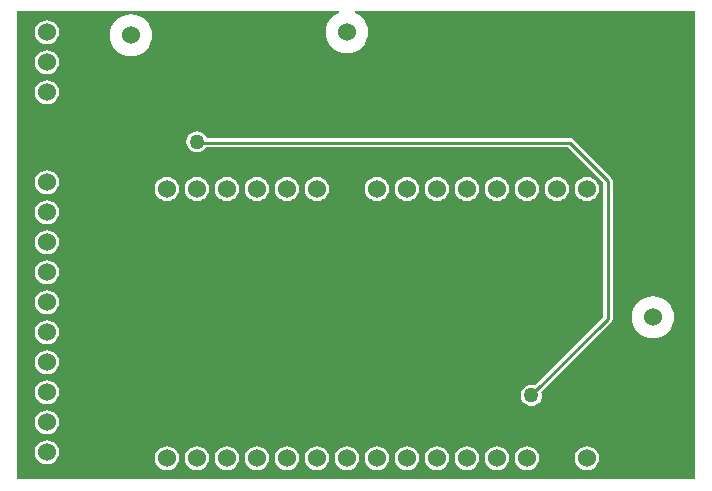
<source format=gbl>
G04*
G04 #@! TF.GenerationSoftware,Altium Limited,Altium Designer,21.7.2 (23)*
G04*
G04 Layer_Physical_Order=2*
G04 Layer_Color=16711680*
%FSLAX25Y25*%
%MOIN*%
G70*
G04*
G04 #@! TF.SameCoordinates,FD6F4078-F35A-45E9-9C0A-15F470774422*
G04*
G04*
G04 #@! TF.FilePolarity,Positive*
G04*
G01*
G75*
%ADD10C,0.01000*%
%ADD19C,0.06000*%
%ADD20C,0.05000*%
G36*
X228000Y2000D02*
X2000D01*
Y158000D01*
X109239D01*
X109313Y157500D01*
X109308Y157499D01*
X108092Y156849D01*
X107026Y155974D01*
X106151Y154908D01*
X105501Y153692D01*
X105101Y152372D01*
X104966Y151000D01*
X105101Y149628D01*
X105501Y148308D01*
X106151Y147092D01*
X107026Y146026D01*
X108092Y145151D01*
X109308Y144501D01*
X110628Y144101D01*
X112000Y143966D01*
X113372Y144101D01*
X114692Y144501D01*
X115908Y145151D01*
X116974Y146026D01*
X117849Y147092D01*
X118499Y148308D01*
X118899Y149628D01*
X119034Y151000D01*
X118899Y152372D01*
X118499Y153692D01*
X117849Y154908D01*
X116974Y155974D01*
X115908Y156849D01*
X114692Y157499D01*
X114687Y157500D01*
X114761Y158000D01*
X228000D01*
Y2000D01*
D02*
G37*
%LPC*%
G36*
X12000Y155034D02*
X10956Y154897D01*
X9983Y154494D01*
X9147Y153853D01*
X8506Y153017D01*
X8103Y152044D01*
X7965Y151000D01*
X8103Y149956D01*
X8506Y148983D01*
X9147Y148147D01*
X9983Y147506D01*
X10956Y147103D01*
X12000Y146966D01*
X13044Y147103D01*
X14017Y147506D01*
X14853Y148147D01*
X15494Y148983D01*
X15897Y149956D01*
X16035Y151000D01*
X15897Y152044D01*
X15494Y153017D01*
X14853Y153853D01*
X14017Y154494D01*
X13044Y154897D01*
X12000Y155034D01*
D02*
G37*
G36*
X40000Y157034D02*
X38628Y156899D01*
X37308Y156499D01*
X36092Y155849D01*
X35026Y154974D01*
X34152Y153908D01*
X33501Y152692D01*
X33101Y151372D01*
X32966Y150000D01*
X33101Y148628D01*
X33501Y147308D01*
X34152Y146092D01*
X35026Y145026D01*
X36092Y144151D01*
X37308Y143501D01*
X38628Y143101D01*
X40000Y142966D01*
X41372Y143101D01*
X42692Y143501D01*
X43908Y144151D01*
X44974Y145026D01*
X45849Y146092D01*
X46499Y147308D01*
X46899Y148628D01*
X47034Y150000D01*
X46899Y151372D01*
X46499Y152692D01*
X45849Y153908D01*
X44974Y154974D01*
X43908Y155849D01*
X42692Y156499D01*
X41372Y156899D01*
X40000Y157034D01*
D02*
G37*
G36*
X12000Y145035D02*
X10956Y144897D01*
X9983Y144494D01*
X9147Y143853D01*
X8506Y143017D01*
X8103Y142044D01*
X7965Y141000D01*
X8103Y139956D01*
X8506Y138983D01*
X9147Y138147D01*
X9983Y137506D01*
X10956Y137103D01*
X12000Y136966D01*
X13044Y137103D01*
X14017Y137506D01*
X14853Y138147D01*
X15494Y138983D01*
X15897Y139956D01*
X16035Y141000D01*
X15897Y142044D01*
X15494Y143017D01*
X14853Y143853D01*
X14017Y144494D01*
X13044Y144897D01*
X12000Y145035D01*
D02*
G37*
G36*
Y135035D02*
X10956Y134897D01*
X9983Y134494D01*
X9147Y133853D01*
X8506Y133017D01*
X8103Y132044D01*
X7965Y131000D01*
X8103Y129956D01*
X8506Y128983D01*
X9147Y128147D01*
X9983Y127506D01*
X10956Y127103D01*
X12000Y126965D01*
X13044Y127103D01*
X14017Y127506D01*
X14853Y128147D01*
X15494Y128983D01*
X15897Y129956D01*
X16035Y131000D01*
X15897Y132044D01*
X15494Y133017D01*
X14853Y133853D01*
X14017Y134494D01*
X13044Y134897D01*
X12000Y135035D01*
D02*
G37*
G36*
Y105034D02*
X10956Y104897D01*
X9983Y104494D01*
X9147Y103853D01*
X8506Y103017D01*
X8103Y102044D01*
X7965Y101000D01*
X8103Y99956D01*
X8506Y98983D01*
X9147Y98147D01*
X9983Y97506D01*
X10956Y97103D01*
X12000Y96965D01*
X13044Y97103D01*
X14017Y97506D01*
X14853Y98147D01*
X15494Y98983D01*
X15897Y99956D01*
X16035Y101000D01*
X15897Y102044D01*
X15494Y103017D01*
X14853Y103853D01*
X14017Y104494D01*
X13044Y104897D01*
X12000Y105034D01*
D02*
G37*
G36*
X192000Y102798D02*
X190956Y102661D01*
X189983Y102258D01*
X189147Y101617D01*
X188506Y100781D01*
X188103Y99808D01*
X187966Y98764D01*
X188103Y97720D01*
X188506Y96746D01*
X189147Y95911D01*
X189983Y95270D01*
X190956Y94867D01*
X192000Y94729D01*
X193044Y94867D01*
X194017Y95270D01*
X194853Y95911D01*
X195494Y96746D01*
X195897Y97720D01*
X196035Y98764D01*
X195897Y99808D01*
X195494Y100781D01*
X194853Y101617D01*
X194017Y102258D01*
X193044Y102661D01*
X192000Y102798D01*
D02*
G37*
G36*
X182000D02*
X180956Y102661D01*
X179983Y102258D01*
X179147Y101617D01*
X178506Y100781D01*
X178103Y99808D01*
X177965Y98764D01*
X178103Y97720D01*
X178506Y96746D01*
X179147Y95911D01*
X179983Y95270D01*
X180956Y94867D01*
X182000Y94729D01*
X183044Y94867D01*
X184017Y95270D01*
X184853Y95911D01*
X185494Y96746D01*
X185897Y97720D01*
X186035Y98764D01*
X185897Y99808D01*
X185494Y100781D01*
X184853Y101617D01*
X184017Y102258D01*
X183044Y102661D01*
X182000Y102798D01*
D02*
G37*
G36*
X172000D02*
X170956Y102661D01*
X169983Y102258D01*
X169147Y101617D01*
X168506Y100781D01*
X168103Y99808D01*
X167965Y98764D01*
X168103Y97720D01*
X168506Y96746D01*
X169147Y95911D01*
X169983Y95270D01*
X170956Y94867D01*
X172000Y94729D01*
X173044Y94867D01*
X174017Y95270D01*
X174853Y95911D01*
X175494Y96746D01*
X175897Y97720D01*
X176034Y98764D01*
X175897Y99808D01*
X175494Y100781D01*
X174853Y101617D01*
X174017Y102258D01*
X173044Y102661D01*
X172000Y102798D01*
D02*
G37*
G36*
X162000D02*
X160956Y102661D01*
X159983Y102258D01*
X159147Y101617D01*
X158506Y100781D01*
X158103Y99808D01*
X157966Y98764D01*
X158103Y97720D01*
X158506Y96746D01*
X159147Y95911D01*
X159983Y95270D01*
X160956Y94867D01*
X162000Y94729D01*
X163044Y94867D01*
X164017Y95270D01*
X164853Y95911D01*
X165494Y96746D01*
X165897Y97720D01*
X166034Y98764D01*
X165897Y99808D01*
X165494Y100781D01*
X164853Y101617D01*
X164017Y102258D01*
X163044Y102661D01*
X162000Y102798D01*
D02*
G37*
G36*
X152000D02*
X150956Y102661D01*
X149983Y102258D01*
X149147Y101617D01*
X148506Y100781D01*
X148103Y99808D01*
X147966Y98764D01*
X148103Y97720D01*
X148506Y96746D01*
X149147Y95911D01*
X149983Y95270D01*
X150956Y94867D01*
X152000Y94729D01*
X153044Y94867D01*
X154017Y95270D01*
X154853Y95911D01*
X155494Y96746D01*
X155897Y97720D01*
X156035Y98764D01*
X155897Y99808D01*
X155494Y100781D01*
X154853Y101617D01*
X154017Y102258D01*
X153044Y102661D01*
X152000Y102798D01*
D02*
G37*
G36*
X142000D02*
X140956Y102661D01*
X139983Y102258D01*
X139147Y101617D01*
X138506Y100781D01*
X138103Y99808D01*
X137966Y98764D01*
X138103Y97720D01*
X138506Y96746D01*
X139147Y95911D01*
X139983Y95270D01*
X140956Y94867D01*
X142000Y94729D01*
X143044Y94867D01*
X144017Y95270D01*
X144853Y95911D01*
X145494Y96746D01*
X145897Y97720D01*
X146035Y98764D01*
X145897Y99808D01*
X145494Y100781D01*
X144853Y101617D01*
X144017Y102258D01*
X143044Y102661D01*
X142000Y102798D01*
D02*
G37*
G36*
X132000D02*
X130956Y102661D01*
X129983Y102258D01*
X129147Y101617D01*
X128506Y100781D01*
X128103Y99808D01*
X127965Y98764D01*
X128103Y97720D01*
X128506Y96746D01*
X129147Y95911D01*
X129983Y95270D01*
X130956Y94867D01*
X132000Y94729D01*
X133044Y94867D01*
X134017Y95270D01*
X134853Y95911D01*
X135494Y96746D01*
X135897Y97720D01*
X136035Y98764D01*
X135897Y99808D01*
X135494Y100781D01*
X134853Y101617D01*
X134017Y102258D01*
X133044Y102661D01*
X132000Y102798D01*
D02*
G37*
G36*
X122000D02*
X120956Y102661D01*
X119983Y102258D01*
X119147Y101617D01*
X118506Y100781D01*
X118103Y99808D01*
X117965Y98764D01*
X118103Y97720D01*
X118506Y96746D01*
X119147Y95911D01*
X119983Y95270D01*
X120956Y94867D01*
X122000Y94729D01*
X123044Y94867D01*
X124017Y95270D01*
X124853Y95911D01*
X125494Y96746D01*
X125897Y97720D01*
X126034Y98764D01*
X125897Y99808D01*
X125494Y100781D01*
X124853Y101617D01*
X124017Y102258D01*
X123044Y102661D01*
X122000Y102798D01*
D02*
G37*
G36*
X102000D02*
X100956Y102661D01*
X99983Y102258D01*
X99147Y101617D01*
X98506Y100781D01*
X98103Y99808D01*
X97966Y98764D01*
X98103Y97720D01*
X98506Y96746D01*
X99147Y95911D01*
X99983Y95270D01*
X100956Y94867D01*
X102000Y94729D01*
X103044Y94867D01*
X104017Y95270D01*
X104853Y95911D01*
X105494Y96746D01*
X105897Y97720D01*
X106035Y98764D01*
X105897Y99808D01*
X105494Y100781D01*
X104853Y101617D01*
X104017Y102258D01*
X103044Y102661D01*
X102000Y102798D01*
D02*
G37*
G36*
X92000D02*
X90956Y102661D01*
X89983Y102258D01*
X89147Y101617D01*
X88506Y100781D01*
X88103Y99808D01*
X87966Y98764D01*
X88103Y97720D01*
X88506Y96746D01*
X89147Y95911D01*
X89983Y95270D01*
X90956Y94867D01*
X92000Y94729D01*
X93044Y94867D01*
X94017Y95270D01*
X94853Y95911D01*
X95494Y96746D01*
X95897Y97720D01*
X96034Y98764D01*
X95897Y99808D01*
X95494Y100781D01*
X94853Y101617D01*
X94017Y102258D01*
X93044Y102661D01*
X92000Y102798D01*
D02*
G37*
G36*
X82000D02*
X80956Y102661D01*
X79983Y102258D01*
X79147Y101617D01*
X78506Y100781D01*
X78103Y99808D01*
X77965Y98764D01*
X78103Y97720D01*
X78506Y96746D01*
X79147Y95911D01*
X79983Y95270D01*
X80956Y94867D01*
X82000Y94729D01*
X83044Y94867D01*
X84017Y95270D01*
X84853Y95911D01*
X85494Y96746D01*
X85897Y97720D01*
X86035Y98764D01*
X85897Y99808D01*
X85494Y100781D01*
X84853Y101617D01*
X84017Y102258D01*
X83044Y102661D01*
X82000Y102798D01*
D02*
G37*
G36*
X72000D02*
X70956Y102661D01*
X69983Y102258D01*
X69147Y101617D01*
X68506Y100781D01*
X68103Y99808D01*
X67966Y98764D01*
X68103Y97720D01*
X68506Y96746D01*
X69147Y95911D01*
X69983Y95270D01*
X70956Y94867D01*
X72000Y94729D01*
X73044Y94867D01*
X74017Y95270D01*
X74853Y95911D01*
X75494Y96746D01*
X75897Y97720D01*
X76034Y98764D01*
X75897Y99808D01*
X75494Y100781D01*
X74853Y101617D01*
X74017Y102258D01*
X73044Y102661D01*
X72000Y102798D01*
D02*
G37*
G36*
X62000D02*
X60956Y102661D01*
X59983Y102258D01*
X59147Y101617D01*
X58506Y100781D01*
X58103Y99808D01*
X57965Y98764D01*
X58103Y97720D01*
X58506Y96746D01*
X59147Y95911D01*
X59983Y95270D01*
X60956Y94867D01*
X62000Y94729D01*
X63044Y94867D01*
X64017Y95270D01*
X64853Y95911D01*
X65494Y96746D01*
X65897Y97720D01*
X66035Y98764D01*
X65897Y99808D01*
X65494Y100781D01*
X64853Y101617D01*
X64017Y102258D01*
X63044Y102661D01*
X62000Y102798D01*
D02*
G37*
G36*
X52000D02*
X50956Y102661D01*
X49983Y102258D01*
X49147Y101617D01*
X48506Y100781D01*
X48103Y99808D01*
X47965Y98764D01*
X48103Y97720D01*
X48506Y96746D01*
X49147Y95911D01*
X49983Y95270D01*
X50956Y94867D01*
X52000Y94729D01*
X53044Y94867D01*
X54017Y95270D01*
X54853Y95911D01*
X55494Y96746D01*
X55897Y97720D01*
X56034Y98764D01*
X55897Y99808D01*
X55494Y100781D01*
X54853Y101617D01*
X54017Y102258D01*
X53044Y102661D01*
X52000Y102798D01*
D02*
G37*
G36*
X12000Y95034D02*
X10956Y94897D01*
X9983Y94494D01*
X9147Y93853D01*
X8506Y93017D01*
X8103Y92044D01*
X7965Y91000D01*
X8103Y89956D01*
X8506Y88983D01*
X9147Y88147D01*
X9983Y87506D01*
X10956Y87103D01*
X12000Y86966D01*
X13044Y87103D01*
X14017Y87506D01*
X14853Y88147D01*
X15494Y88983D01*
X15897Y89956D01*
X16035Y91000D01*
X15897Y92044D01*
X15494Y93017D01*
X14853Y93853D01*
X14017Y94494D01*
X13044Y94897D01*
X12000Y95034D01*
D02*
G37*
G36*
Y85035D02*
X10956Y84897D01*
X9983Y84494D01*
X9147Y83853D01*
X8506Y83017D01*
X8103Y82044D01*
X7965Y81000D01*
X8103Y79956D01*
X8506Y78983D01*
X9147Y78147D01*
X9983Y77506D01*
X10956Y77103D01*
X12000Y76965D01*
X13044Y77103D01*
X14017Y77506D01*
X14853Y78147D01*
X15494Y78983D01*
X15897Y79956D01*
X16035Y81000D01*
X15897Y82044D01*
X15494Y83017D01*
X14853Y83853D01*
X14017Y84494D01*
X13044Y84897D01*
X12000Y85035D01*
D02*
G37*
G36*
Y75034D02*
X10956Y74897D01*
X9983Y74494D01*
X9147Y73853D01*
X8506Y73017D01*
X8103Y72044D01*
X7965Y71000D01*
X8103Y69956D01*
X8506Y68983D01*
X9147Y68147D01*
X9983Y67506D01*
X10956Y67103D01*
X12000Y66966D01*
X13044Y67103D01*
X14017Y67506D01*
X14853Y68147D01*
X15494Y68983D01*
X15897Y69956D01*
X16035Y71000D01*
X15897Y72044D01*
X15494Y73017D01*
X14853Y73853D01*
X14017Y74494D01*
X13044Y74897D01*
X12000Y75034D01*
D02*
G37*
G36*
Y65035D02*
X10956Y64897D01*
X9983Y64494D01*
X9147Y63853D01*
X8506Y63017D01*
X8103Y62044D01*
X7965Y61000D01*
X8103Y59956D01*
X8506Y58983D01*
X9147Y58147D01*
X9983Y57506D01*
X10956Y57103D01*
X12000Y56966D01*
X13044Y57103D01*
X14017Y57506D01*
X14853Y58147D01*
X15494Y58983D01*
X15897Y59956D01*
X16035Y61000D01*
X15897Y62044D01*
X15494Y63017D01*
X14853Y63853D01*
X14017Y64494D01*
X13044Y64897D01*
X12000Y65035D01*
D02*
G37*
G36*
X214000Y63034D02*
X212628Y62899D01*
X211308Y62498D01*
X210092Y61848D01*
X209026Y60974D01*
X208152Y59908D01*
X207502Y58692D01*
X207101Y57372D01*
X206966Y56000D01*
X207101Y54628D01*
X207502Y53308D01*
X208152Y52092D01*
X209026Y51026D01*
X210092Y50151D01*
X211308Y49501D01*
X212628Y49101D01*
X214000Y48966D01*
X215372Y49101D01*
X216692Y49501D01*
X217908Y50151D01*
X218974Y51026D01*
X219848Y52092D01*
X220498Y53308D01*
X220899Y54628D01*
X221034Y56000D01*
X220899Y57372D01*
X220498Y58692D01*
X219848Y59908D01*
X218974Y60974D01*
X217908Y61848D01*
X216692Y62498D01*
X215372Y62899D01*
X214000Y63034D01*
D02*
G37*
G36*
X12000Y55035D02*
X10956Y54897D01*
X9983Y54494D01*
X9147Y53853D01*
X8506Y53017D01*
X8103Y52044D01*
X7965Y51000D01*
X8103Y49956D01*
X8506Y48983D01*
X9147Y48147D01*
X9983Y47506D01*
X10956Y47103D01*
X12000Y46966D01*
X13044Y47103D01*
X14017Y47506D01*
X14853Y48147D01*
X15494Y48983D01*
X15897Y49956D01*
X16035Y51000D01*
X15897Y52044D01*
X15494Y53017D01*
X14853Y53853D01*
X14017Y54494D01*
X13044Y54897D01*
X12000Y55035D01*
D02*
G37*
G36*
Y45035D02*
X10956Y44897D01*
X9983Y44494D01*
X9147Y43853D01*
X8506Y43017D01*
X8103Y42044D01*
X7965Y41000D01*
X8103Y39956D01*
X8506Y38983D01*
X9147Y38147D01*
X9983Y37506D01*
X10956Y37103D01*
X12000Y36966D01*
X13044Y37103D01*
X14017Y37506D01*
X14853Y38147D01*
X15494Y38983D01*
X15897Y39956D01*
X16035Y41000D01*
X15897Y42044D01*
X15494Y43017D01*
X14853Y43853D01*
X14017Y44494D01*
X13044Y44897D01*
X12000Y45035D01*
D02*
G37*
G36*
X62000Y118030D02*
X61086Y117910D01*
X60235Y117557D01*
X59504Y116996D01*
X58943Y116265D01*
X58590Y115414D01*
X58470Y114500D01*
X58590Y113586D01*
X58943Y112735D01*
X59504Y112004D01*
X60235Y111443D01*
X61086Y111090D01*
X62000Y110970D01*
X62914Y111090D01*
X63765Y111443D01*
X64496Y112004D01*
X65046Y112721D01*
X185617D01*
X197471Y100866D01*
Y56134D01*
X174649Y33312D01*
X174414Y33410D01*
X173500Y33530D01*
X172586Y33410D01*
X171735Y33057D01*
X171004Y32496D01*
X170443Y31765D01*
X170090Y30914D01*
X169970Y30000D01*
X170090Y29086D01*
X170443Y28235D01*
X171004Y27504D01*
X171735Y26943D01*
X172586Y26590D01*
X173500Y26470D01*
X174414Y26590D01*
X175265Y26943D01*
X175996Y27504D01*
X176557Y28235D01*
X176910Y29086D01*
X177030Y30000D01*
X176910Y30914D01*
X176812Y31149D01*
X200081Y54419D01*
X200413Y54915D01*
X200529Y55500D01*
Y101500D01*
X200413Y102085D01*
X200081Y102581D01*
X187331Y115331D01*
X186835Y115663D01*
X186250Y115779D01*
X65258D01*
X65057Y116265D01*
X64496Y116996D01*
X63765Y117557D01*
X62914Y117910D01*
X62000Y118030D01*
D02*
G37*
G36*
X12000Y35034D02*
X10956Y34897D01*
X9983Y34494D01*
X9147Y33853D01*
X8506Y33017D01*
X8103Y32044D01*
X7965Y31000D01*
X8103Y29956D01*
X8506Y28983D01*
X9147Y28147D01*
X9983Y27506D01*
X10956Y27103D01*
X12000Y26965D01*
X13044Y27103D01*
X14017Y27506D01*
X14853Y28147D01*
X15494Y28983D01*
X15897Y29956D01*
X16035Y31000D01*
X15897Y32044D01*
X15494Y33017D01*
X14853Y33853D01*
X14017Y34494D01*
X13044Y34897D01*
X12000Y35034D01*
D02*
G37*
G36*
Y25034D02*
X10956Y24897D01*
X9983Y24494D01*
X9147Y23853D01*
X8506Y23017D01*
X8103Y22044D01*
X7965Y21000D01*
X8103Y19956D01*
X8506Y18983D01*
X9147Y18147D01*
X9983Y17506D01*
X10956Y17103D01*
X12000Y16965D01*
X13044Y17103D01*
X14017Y17506D01*
X14853Y18147D01*
X15494Y18983D01*
X15897Y19956D01*
X16035Y21000D01*
X15897Y22044D01*
X15494Y23017D01*
X14853Y23853D01*
X14017Y24494D01*
X13044Y24897D01*
X12000Y25034D01*
D02*
G37*
G36*
Y15034D02*
X10956Y14897D01*
X9983Y14494D01*
X9147Y13853D01*
X8506Y13017D01*
X8103Y12044D01*
X7965Y11000D01*
X8103Y9956D01*
X8506Y8983D01*
X9147Y8147D01*
X9983Y7506D01*
X10956Y7103D01*
X12000Y6966D01*
X13044Y7103D01*
X14017Y7506D01*
X14853Y8147D01*
X15494Y8983D01*
X15897Y9956D01*
X16035Y11000D01*
X15897Y12044D01*
X15494Y13017D01*
X14853Y13853D01*
X14017Y14494D01*
X13044Y14897D01*
X12000Y15034D01*
D02*
G37*
G36*
X192000Y13035D02*
X190956Y12897D01*
X189983Y12494D01*
X189147Y11853D01*
X188506Y11017D01*
X188103Y10044D01*
X187966Y9000D01*
X188103Y7956D01*
X188506Y6983D01*
X189147Y6147D01*
X189983Y5506D01*
X190956Y5103D01*
X192000Y4966D01*
X193044Y5103D01*
X194017Y5506D01*
X194853Y6147D01*
X195494Y6983D01*
X195897Y7956D01*
X196035Y9000D01*
X195897Y10044D01*
X195494Y11017D01*
X194853Y11853D01*
X194017Y12494D01*
X193044Y12897D01*
X192000Y13035D01*
D02*
G37*
G36*
X172000D02*
X170956Y12897D01*
X169983Y12494D01*
X169147Y11853D01*
X168506Y11017D01*
X168103Y10044D01*
X167965Y9000D01*
X168103Y7956D01*
X168506Y6983D01*
X169147Y6147D01*
X169983Y5506D01*
X170956Y5103D01*
X172000Y4966D01*
X173044Y5103D01*
X174017Y5506D01*
X174853Y6147D01*
X175494Y6983D01*
X175897Y7956D01*
X176034Y9000D01*
X175897Y10044D01*
X175494Y11017D01*
X174853Y11853D01*
X174017Y12494D01*
X173044Y12897D01*
X172000Y13035D01*
D02*
G37*
G36*
X162000D02*
X160956Y12897D01*
X159983Y12494D01*
X159147Y11853D01*
X158506Y11017D01*
X158103Y10044D01*
X157966Y9000D01*
X158103Y7956D01*
X158506Y6983D01*
X159147Y6147D01*
X159983Y5506D01*
X160956Y5103D01*
X162000Y4966D01*
X163044Y5103D01*
X164017Y5506D01*
X164853Y6147D01*
X165494Y6983D01*
X165897Y7956D01*
X166034Y9000D01*
X165897Y10044D01*
X165494Y11017D01*
X164853Y11853D01*
X164017Y12494D01*
X163044Y12897D01*
X162000Y13035D01*
D02*
G37*
G36*
X152000D02*
X150956Y12897D01*
X149983Y12494D01*
X149147Y11853D01*
X148506Y11017D01*
X148103Y10044D01*
X147966Y9000D01*
X148103Y7956D01*
X148506Y6983D01*
X149147Y6147D01*
X149983Y5506D01*
X150956Y5103D01*
X152000Y4966D01*
X153044Y5103D01*
X154017Y5506D01*
X154853Y6147D01*
X155494Y6983D01*
X155897Y7956D01*
X156035Y9000D01*
X155897Y10044D01*
X155494Y11017D01*
X154853Y11853D01*
X154017Y12494D01*
X153044Y12897D01*
X152000Y13035D01*
D02*
G37*
G36*
X142000D02*
X140956Y12897D01*
X139983Y12494D01*
X139147Y11853D01*
X138506Y11017D01*
X138103Y10044D01*
X137966Y9000D01*
X138103Y7956D01*
X138506Y6983D01*
X139147Y6147D01*
X139983Y5506D01*
X140956Y5103D01*
X142000Y4966D01*
X143044Y5103D01*
X144017Y5506D01*
X144853Y6147D01*
X145494Y6983D01*
X145897Y7956D01*
X146035Y9000D01*
X145897Y10044D01*
X145494Y11017D01*
X144853Y11853D01*
X144017Y12494D01*
X143044Y12897D01*
X142000Y13035D01*
D02*
G37*
G36*
X132000D02*
X130956Y12897D01*
X129983Y12494D01*
X129147Y11853D01*
X128506Y11017D01*
X128103Y10044D01*
X127965Y9000D01*
X128103Y7956D01*
X128506Y6983D01*
X129147Y6147D01*
X129983Y5506D01*
X130956Y5103D01*
X132000Y4966D01*
X133044Y5103D01*
X134017Y5506D01*
X134853Y6147D01*
X135494Y6983D01*
X135897Y7956D01*
X136035Y9000D01*
X135897Y10044D01*
X135494Y11017D01*
X134853Y11853D01*
X134017Y12494D01*
X133044Y12897D01*
X132000Y13035D01*
D02*
G37*
G36*
X122000D02*
X120956Y12897D01*
X119983Y12494D01*
X119147Y11853D01*
X118506Y11017D01*
X118103Y10044D01*
X117965Y9000D01*
X118103Y7956D01*
X118506Y6983D01*
X119147Y6147D01*
X119983Y5506D01*
X120956Y5103D01*
X122000Y4966D01*
X123044Y5103D01*
X124017Y5506D01*
X124853Y6147D01*
X125494Y6983D01*
X125897Y7956D01*
X126034Y9000D01*
X125897Y10044D01*
X125494Y11017D01*
X124853Y11853D01*
X124017Y12494D01*
X123044Y12897D01*
X122000Y13035D01*
D02*
G37*
G36*
X112000D02*
X110956Y12897D01*
X109983Y12494D01*
X109147Y11853D01*
X108506Y11017D01*
X108103Y10044D01*
X107966Y9000D01*
X108103Y7956D01*
X108506Y6983D01*
X109147Y6147D01*
X109983Y5506D01*
X110956Y5103D01*
X112000Y4966D01*
X113044Y5103D01*
X114017Y5506D01*
X114853Y6147D01*
X115494Y6983D01*
X115897Y7956D01*
X116034Y9000D01*
X115897Y10044D01*
X115494Y11017D01*
X114853Y11853D01*
X114017Y12494D01*
X113044Y12897D01*
X112000Y13035D01*
D02*
G37*
G36*
X102000D02*
X100956Y12897D01*
X99983Y12494D01*
X99147Y11853D01*
X98506Y11017D01*
X98103Y10044D01*
X97966Y9000D01*
X98103Y7956D01*
X98506Y6983D01*
X99147Y6147D01*
X99983Y5506D01*
X100956Y5103D01*
X102000Y4966D01*
X103044Y5103D01*
X104017Y5506D01*
X104853Y6147D01*
X105494Y6983D01*
X105897Y7956D01*
X106035Y9000D01*
X105897Y10044D01*
X105494Y11017D01*
X104853Y11853D01*
X104017Y12494D01*
X103044Y12897D01*
X102000Y13035D01*
D02*
G37*
G36*
X92000D02*
X90956Y12897D01*
X89983Y12494D01*
X89147Y11853D01*
X88506Y11017D01*
X88103Y10044D01*
X87966Y9000D01*
X88103Y7956D01*
X88506Y6983D01*
X89147Y6147D01*
X89983Y5506D01*
X90956Y5103D01*
X92000Y4966D01*
X93044Y5103D01*
X94017Y5506D01*
X94853Y6147D01*
X95494Y6983D01*
X95897Y7956D01*
X96034Y9000D01*
X95897Y10044D01*
X95494Y11017D01*
X94853Y11853D01*
X94017Y12494D01*
X93044Y12897D01*
X92000Y13035D01*
D02*
G37*
G36*
X82000D02*
X80956Y12897D01*
X79983Y12494D01*
X79147Y11853D01*
X78506Y11017D01*
X78103Y10044D01*
X77965Y9000D01*
X78103Y7956D01*
X78506Y6983D01*
X79147Y6147D01*
X79983Y5506D01*
X80956Y5103D01*
X82000Y4966D01*
X83044Y5103D01*
X84017Y5506D01*
X84853Y6147D01*
X85494Y6983D01*
X85897Y7956D01*
X86035Y9000D01*
X85897Y10044D01*
X85494Y11017D01*
X84853Y11853D01*
X84017Y12494D01*
X83044Y12897D01*
X82000Y13035D01*
D02*
G37*
G36*
X72000D02*
X70956Y12897D01*
X69983Y12494D01*
X69147Y11853D01*
X68506Y11017D01*
X68103Y10044D01*
X67966Y9000D01*
X68103Y7956D01*
X68506Y6983D01*
X69147Y6147D01*
X69983Y5506D01*
X70956Y5103D01*
X72000Y4966D01*
X73044Y5103D01*
X74017Y5506D01*
X74853Y6147D01*
X75494Y6983D01*
X75897Y7956D01*
X76034Y9000D01*
X75897Y10044D01*
X75494Y11017D01*
X74853Y11853D01*
X74017Y12494D01*
X73044Y12897D01*
X72000Y13035D01*
D02*
G37*
G36*
X62000D02*
X60956Y12897D01*
X59983Y12494D01*
X59147Y11853D01*
X58506Y11017D01*
X58103Y10044D01*
X57965Y9000D01*
X58103Y7956D01*
X58506Y6983D01*
X59147Y6147D01*
X59983Y5506D01*
X60956Y5103D01*
X62000Y4966D01*
X63044Y5103D01*
X64017Y5506D01*
X64853Y6147D01*
X65494Y6983D01*
X65897Y7956D01*
X66035Y9000D01*
X65897Y10044D01*
X65494Y11017D01*
X64853Y11853D01*
X64017Y12494D01*
X63044Y12897D01*
X62000Y13035D01*
D02*
G37*
G36*
X52000D02*
X50956Y12897D01*
X49983Y12494D01*
X49147Y11853D01*
X48506Y11017D01*
X48103Y10044D01*
X47965Y9000D01*
X48103Y7956D01*
X48506Y6983D01*
X49147Y6147D01*
X49983Y5506D01*
X50956Y5103D01*
X52000Y4966D01*
X53044Y5103D01*
X54017Y5506D01*
X54853Y6147D01*
X55494Y6983D01*
X55897Y7956D01*
X56034Y9000D01*
X55897Y10044D01*
X55494Y11017D01*
X54853Y11853D01*
X54017Y12494D01*
X53044Y12897D01*
X52000Y13035D01*
D02*
G37*
%LPD*%
D10*
X62250Y114250D02*
X186250D01*
X199000Y101500D01*
Y55500D02*
Y101500D01*
X173500Y30000D02*
X199000Y55500D01*
X62000Y114500D02*
X62250Y114250D01*
D19*
X52000Y9000D02*
D03*
X62000D02*
D03*
X72000D02*
D03*
X82000D02*
D03*
X92000D02*
D03*
X102000D02*
D03*
X112000D02*
D03*
X122000D02*
D03*
X132000D02*
D03*
X142000D02*
D03*
X152000D02*
D03*
X162000D02*
D03*
X172000D02*
D03*
X182000D02*
D03*
X192000D02*
D03*
Y98764D02*
D03*
X182000D02*
D03*
X172000D02*
D03*
X162000D02*
D03*
X152000D02*
D03*
X142000D02*
D03*
X132000D02*
D03*
X122000D02*
D03*
X111500D02*
D03*
X102000D02*
D03*
X92000D02*
D03*
X82000D02*
D03*
X72000D02*
D03*
X62000D02*
D03*
X52000D02*
D03*
X112000Y151000D02*
D03*
X214000Y56000D02*
D03*
X40000Y150000D02*
D03*
X12000Y151000D02*
D03*
Y141000D02*
D03*
Y131000D02*
D03*
Y11000D02*
D03*
Y21000D02*
D03*
Y31000D02*
D03*
Y41000D02*
D03*
Y51000D02*
D03*
Y61000D02*
D03*
Y71000D02*
D03*
Y81000D02*
D03*
Y91000D02*
D03*
Y101000D02*
D03*
Y111000D02*
D03*
Y121000D02*
D03*
D20*
X173500Y30000D02*
D03*
X62000Y114500D02*
D03*
M02*

</source>
